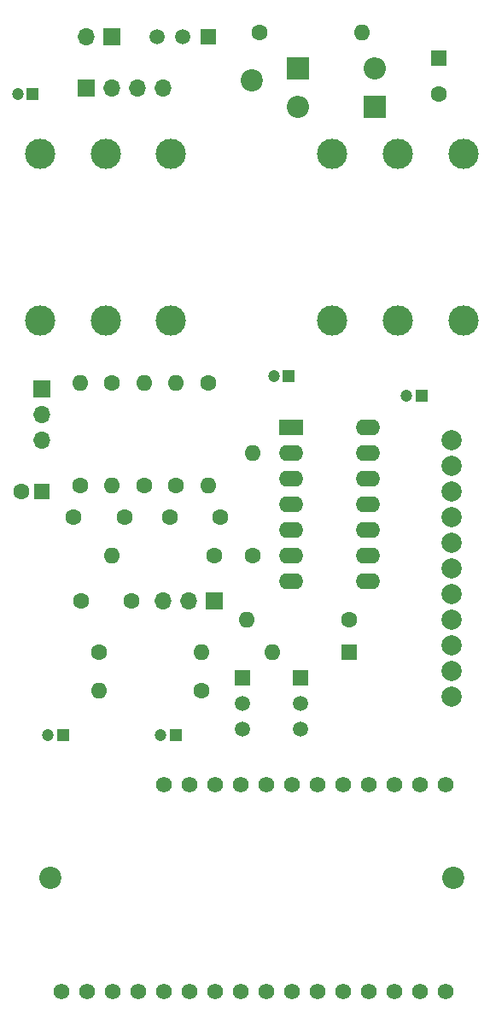
<source format=gts>
%TF.GenerationSoftware,KiCad,Pcbnew,7.0.6*%
%TF.CreationDate,2024-08-25T10:20:08-07:00*%
%TF.ProjectId,Guitar_waveform_proj,47756974-6172-45f7-9761-7665666f726d,rev?*%
%TF.SameCoordinates,Original*%
%TF.FileFunction,Soldermask,Top*%
%TF.FilePolarity,Negative*%
%FSLAX46Y46*%
G04 Gerber Fmt 4.6, Leading zero omitted, Abs format (unit mm)*
G04 Created by KiCad (PCBNEW 7.0.6) date 2024-08-25 10:20:08*
%MOMM*%
%LPD*%
G01*
G04 APERTURE LIST*
%ADD10R,1.200000X1.200000*%
%ADD11C,1.200000*%
%ADD12R,2.400000X1.600000*%
%ADD13O,2.400000X1.600000*%
%ADD14C,1.600000*%
%ADD15C,2.200000*%
%ADD16O,1.600000X1.600000*%
%ADD17R,2.200000X2.200000*%
%ADD18O,2.200000X2.200000*%
%ADD19C,3.000000*%
%ADD20R,1.500000X1.500000*%
%ADD21C,1.500000*%
%ADD22R,1.600000X1.600000*%
%ADD23C,2.000000*%
%ADD24R,1.700000X1.700000*%
%ADD25O,1.700000X1.700000*%
%ADD26C,1.570000*%
G04 APERTURE END LIST*
D10*
%TO.C,C5*%
X165735000Y-102870000D03*
D11*
X164235000Y-102870000D03*
%TD*%
D12*
%TO.C,U3*%
X177150000Y-72390000D03*
D13*
X177150000Y-74930000D03*
X177150000Y-77470000D03*
X177150000Y-80010000D03*
X177150000Y-82550000D03*
X177150000Y-85090000D03*
X177150000Y-87630000D03*
X184770000Y-87630000D03*
X184770000Y-85090000D03*
X184770000Y-82550000D03*
X184770000Y-80010000D03*
X184770000Y-77470000D03*
X184770000Y-74930000D03*
X184770000Y-72390000D03*
%TD*%
D14*
%TO.C,C8*%
X155600000Y-81280000D03*
X160600000Y-81280000D03*
%TD*%
D15*
%TO.C,H1*%
X173250000Y-38000000D03*
%TD*%
D14*
%TO.C,R8*%
X173340000Y-85090000D03*
D16*
X173340000Y-74930000D03*
%TD*%
D14*
%TO.C,R10*%
X158115000Y-94615000D03*
D16*
X168275000Y-94615000D03*
%TD*%
D17*
%TO.C,D1*%
X177800000Y-36830000D03*
D18*
X185420000Y-36830000D03*
%TD*%
D19*
%TO.C,J2*%
X187750000Y-45250000D03*
X187750000Y-61750000D03*
X194250000Y-45250000D03*
X194250000Y-61750000D03*
X181250000Y-45250000D03*
X181250000Y-61750000D03*
%TD*%
D10*
%TO.C,C4*%
X154535000Y-102870000D03*
D11*
X153035000Y-102870000D03*
%TD*%
D10*
%TO.C,C2*%
X151535000Y-39370000D03*
D11*
X150035000Y-39370000D03*
%TD*%
D17*
%TO.C,D2*%
X185420000Y-40640000D03*
D18*
X177800000Y-40640000D03*
%TD*%
D14*
%TO.C,R5*%
X165720000Y-78105000D03*
D16*
X165720000Y-67945000D03*
%TD*%
D14*
%TO.C,R1*%
X173990000Y-33250000D03*
D16*
X184150000Y-33250000D03*
%TD*%
D14*
%TO.C,R7*%
X169545000Y-85090000D03*
D16*
X159385000Y-85090000D03*
%TD*%
D14*
%TO.C,R6*%
X168895000Y-67945000D03*
D16*
X168895000Y-78105000D03*
%TD*%
D20*
%TO.C,Q1*%
X168910000Y-33655000D03*
D21*
X166370000Y-33655000D03*
X163830000Y-33655000D03*
%TD*%
D22*
%TO.C,C1*%
X191770000Y-35812349D03*
D14*
X191770000Y-39312349D03*
%TD*%
%TO.C,R4*%
X162545000Y-78105000D03*
D16*
X162545000Y-67945000D03*
%TD*%
D23*
%TO.C,U5*%
X193040000Y-73660000D03*
X193040000Y-76200000D03*
X193040000Y-78740000D03*
X193040000Y-81280000D03*
X193040000Y-83820000D03*
X193040000Y-86360000D03*
X193040000Y-88900000D03*
X193040000Y-91440000D03*
X193040000Y-93980000D03*
X193040000Y-96520000D03*
X193040000Y-99060000D03*
%TD*%
D22*
%TO.C,C3*%
X152385000Y-78740000D03*
D14*
X150385000Y-78740000D03*
%TD*%
D15*
%TO.C,H3*%
X193250000Y-117000000D03*
%TD*%
D24*
%TO.C,RV2*%
X169545000Y-89535000D03*
D25*
X167005000Y-89535000D03*
X164465000Y-89535000D03*
%TD*%
D20*
%TO.C,Q2*%
X172360000Y-97155000D03*
D21*
X172360000Y-99695000D03*
X172360000Y-102235000D03*
%TD*%
D24*
%TO.C,U2*%
X156845000Y-38735000D03*
D25*
X159385000Y-38735000D03*
X161925000Y-38735000D03*
X164465000Y-38735000D03*
%TD*%
D14*
%TO.C,R2*%
X159370000Y-67945000D03*
D16*
X159370000Y-78105000D03*
%TD*%
D24*
%TO.C,U1*%
X159390000Y-33655000D03*
D25*
X156850000Y-33655000D03*
%TD*%
D20*
%TO.C,Q3*%
X178075000Y-97155000D03*
D21*
X178075000Y-99695000D03*
X178075000Y-102235000D03*
%TD*%
D22*
%TO.C,D3*%
X182880000Y-94615000D03*
D16*
X175260000Y-94615000D03*
%TD*%
D10*
%TO.C,C6*%
X190095000Y-69215000D03*
D11*
X188595000Y-69215000D03*
%TD*%
D10*
%TO.C,C7*%
X176935000Y-67310000D03*
D11*
X175435000Y-67310000D03*
%TD*%
D15*
%TO.C,H2*%
X153250000Y-117000000D03*
%TD*%
D26*
%TO.C,U4*%
X154392000Y-128246000D03*
X156932000Y-128246000D03*
X159472000Y-128246000D03*
X162012000Y-128246000D03*
X164552000Y-128246000D03*
X167092000Y-128246000D03*
X169632000Y-128246000D03*
X172172000Y-128246000D03*
X174712000Y-128246000D03*
X177252000Y-128246000D03*
X179792000Y-128246000D03*
X182332000Y-128246000D03*
X184872000Y-128246000D03*
X187412000Y-128246000D03*
X189952000Y-128246000D03*
X192492000Y-128246000D03*
X192492000Y-107774000D03*
X189952000Y-107774000D03*
X187412000Y-107774000D03*
X184872000Y-107774000D03*
X182332000Y-107774000D03*
X179792000Y-107774000D03*
X177252000Y-107774000D03*
X174712000Y-107774000D03*
X172172000Y-107774000D03*
X169632000Y-107774000D03*
X167092000Y-107774000D03*
X164552000Y-107774000D03*
%TD*%
D14*
%TO.C,C10*%
X161290000Y-89535000D03*
X156290000Y-89535000D03*
%TD*%
D24*
%TO.C,RV1*%
X152385000Y-68580000D03*
D25*
X152385000Y-71120000D03*
X152385000Y-73660000D03*
%TD*%
D14*
%TO.C,R3*%
X156195000Y-78105000D03*
D16*
X156195000Y-67945000D03*
%TD*%
D14*
%TO.C,R11*%
X168275000Y-98425000D03*
D16*
X158115000Y-98425000D03*
%TD*%
D14*
%TO.C,C9*%
X170125000Y-81280000D03*
X165125000Y-81280000D03*
%TD*%
%TO.C,R9*%
X182880000Y-91440000D03*
D16*
X172720000Y-91440000D03*
%TD*%
D19*
%TO.C,J1*%
X158750000Y-61750000D03*
X158750000Y-45250000D03*
X152250000Y-61750000D03*
X152250000Y-45250000D03*
X165250000Y-61750000D03*
X165250000Y-45250000D03*
%TD*%
M02*

</source>
